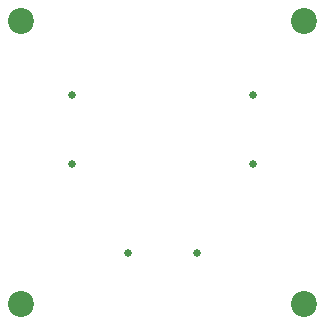
<source format=gbr>
%TF.GenerationSoftware,KiCad,Pcbnew,8.0.7*%
%TF.CreationDate,2024-12-28T17:49:12+01:00*%
%TF.ProjectId,usb-c-power-meter,7573622d-632d-4706-9f77-65722d6d6574,rev?*%
%TF.SameCoordinates,Original*%
%TF.FileFunction,NonPlated,1,2,NPTH,Drill*%
%TF.FilePolarity,Positive*%
%FSLAX46Y46*%
G04 Gerber Fmt 4.6, Leading zero omitted, Abs format (unit mm)*
G04 Created by KiCad (PCBNEW 8.0.7) date 2024-12-28 17:49:12*
%MOMM*%
%LPD*%
G01*
G04 APERTURE LIST*
%TA.AperFunction,ComponentDrill*%
%ADD10C,0.650000*%
%TD*%
%TA.AperFunction,ComponentDrill*%
%ADD11C,2.200000*%
%TD*%
G04 APERTURE END LIST*
D10*
%TO.C,J1*%
X146505000Y-104510000D03*
X146505000Y-110290000D03*
%TO.C,J2*%
X151310000Y-117895000D03*
X157090000Y-117895000D03*
%TO.C,J4*%
X161870000Y-104510000D03*
X161870000Y-110290000D03*
D11*
%TO.C,H1*%
X142200000Y-98200000D03*
%TO.C,H3*%
X142200000Y-122200000D03*
%TO.C,H2*%
X166200000Y-98200000D03*
%TO.C,H4*%
X166200000Y-122200000D03*
M02*

</source>
